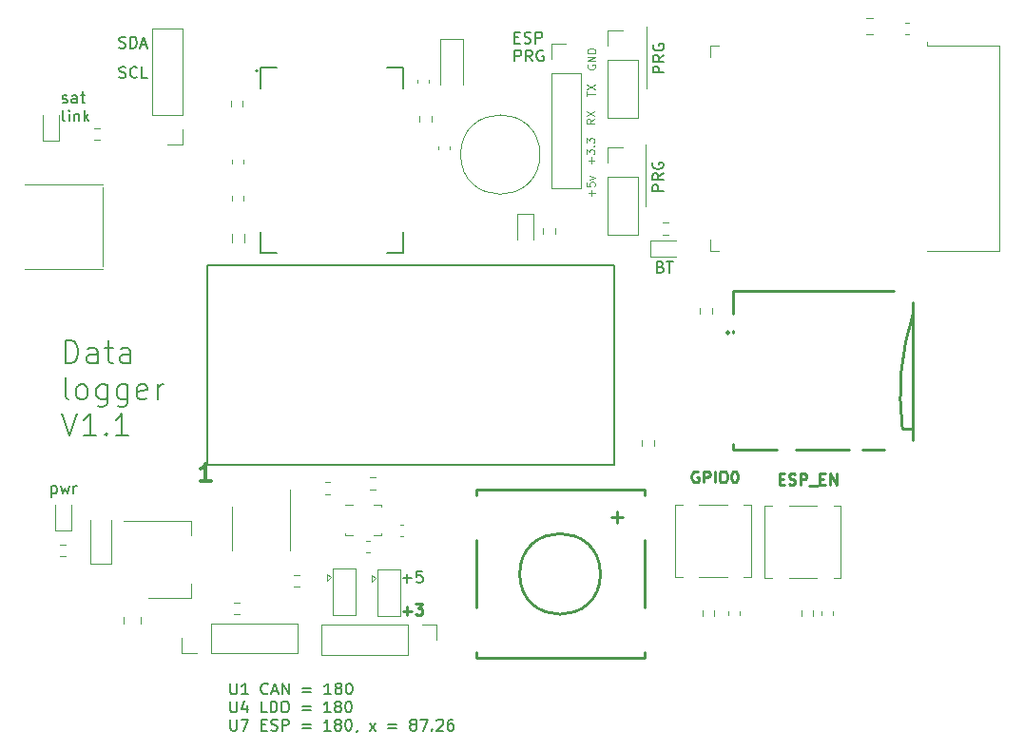
<source format=gbr>
%TF.GenerationSoftware,KiCad,Pcbnew,7.0.2-0*%
%TF.CreationDate,2023-08-11T14:32:49-04:00*%
%TF.ProjectId,data_logger,64617461-5f6c-46f6-9767-65722e6b6963,rev?*%
%TF.SameCoordinates,Original*%
%TF.FileFunction,Legend,Top*%
%TF.FilePolarity,Positive*%
%FSLAX46Y46*%
G04 Gerber Fmt 4.6, Leading zero omitted, Abs format (unit mm)*
G04 Created by KiCad (PCBNEW 7.0.2-0) date 2023-08-11 14:32:49*
%MOMM*%
%LPD*%
G01*
G04 APERTURE LIST*
%ADD10C,0.150000*%
%ADD11C,0.120000*%
%ADD12C,0.125000*%
%ADD13C,0.240000*%
%ADD14C,0.300000*%
%ADD15C,0.200000*%
%ADD16C,0.250000*%
%ADD17C,0.254000*%
%ADD18C,0.127000*%
%ADD19C,0.100000*%
%ADD20C,0.177800*%
%ADD21C,0.141418*%
G04 APERTURE END LIST*
D10*
X73721428Y-37903809D02*
X73864285Y-37951428D01*
X73864285Y-37951428D02*
X73911904Y-37999047D01*
X73911904Y-37999047D02*
X73959523Y-38094285D01*
X73959523Y-38094285D02*
X73959523Y-38237142D01*
X73959523Y-38237142D02*
X73911904Y-38332380D01*
X73911904Y-38332380D02*
X73864285Y-38380000D01*
X73864285Y-38380000D02*
X73769047Y-38427619D01*
X73769047Y-38427619D02*
X73388095Y-38427619D01*
X73388095Y-38427619D02*
X73388095Y-37427619D01*
X73388095Y-37427619D02*
X73721428Y-37427619D01*
X73721428Y-37427619D02*
X73816666Y-37475238D01*
X73816666Y-37475238D02*
X73864285Y-37522857D01*
X73864285Y-37522857D02*
X73911904Y-37618095D01*
X73911904Y-37618095D02*
X73911904Y-37713333D01*
X73911904Y-37713333D02*
X73864285Y-37808571D01*
X73864285Y-37808571D02*
X73816666Y-37856190D01*
X73816666Y-37856190D02*
X73721428Y-37903809D01*
X73721428Y-37903809D02*
X73388095Y-37903809D01*
X74245238Y-37427619D02*
X74816666Y-37427619D01*
X74530952Y-38427619D02*
X74530952Y-37427619D01*
X19488095Y-57435952D02*
X19488095Y-58435952D01*
X19488095Y-57483571D02*
X19583333Y-57435952D01*
X19583333Y-57435952D02*
X19773809Y-57435952D01*
X19773809Y-57435952D02*
X19869047Y-57483571D01*
X19869047Y-57483571D02*
X19916666Y-57531190D01*
X19916666Y-57531190D02*
X19964285Y-57626428D01*
X19964285Y-57626428D02*
X19964285Y-57912142D01*
X19964285Y-57912142D02*
X19916666Y-58007380D01*
X19916666Y-58007380D02*
X19869047Y-58055000D01*
X19869047Y-58055000D02*
X19773809Y-58102619D01*
X19773809Y-58102619D02*
X19583333Y-58102619D01*
X19583333Y-58102619D02*
X19488095Y-58055000D01*
X20297619Y-57435952D02*
X20488095Y-58102619D01*
X20488095Y-58102619D02*
X20678571Y-57626428D01*
X20678571Y-57626428D02*
X20869047Y-58102619D01*
X20869047Y-58102619D02*
X21059523Y-57435952D01*
X21440476Y-58102619D02*
X21440476Y-57435952D01*
X21440476Y-57626428D02*
X21488095Y-57531190D01*
X21488095Y-57531190D02*
X21535714Y-57483571D01*
X21535714Y-57483571D02*
X21630952Y-57435952D01*
X21630952Y-57435952D02*
X21726190Y-57435952D01*
X20465476Y-23260000D02*
X20560714Y-23307619D01*
X20560714Y-23307619D02*
X20751190Y-23307619D01*
X20751190Y-23307619D02*
X20846428Y-23260000D01*
X20846428Y-23260000D02*
X20894047Y-23164761D01*
X20894047Y-23164761D02*
X20894047Y-23117142D01*
X20894047Y-23117142D02*
X20846428Y-23021904D01*
X20846428Y-23021904D02*
X20751190Y-22974285D01*
X20751190Y-22974285D02*
X20608333Y-22974285D01*
X20608333Y-22974285D02*
X20513095Y-22926666D01*
X20513095Y-22926666D02*
X20465476Y-22831428D01*
X20465476Y-22831428D02*
X20465476Y-22783809D01*
X20465476Y-22783809D02*
X20513095Y-22688571D01*
X20513095Y-22688571D02*
X20608333Y-22640952D01*
X20608333Y-22640952D02*
X20751190Y-22640952D01*
X20751190Y-22640952D02*
X20846428Y-22688571D01*
X21751190Y-23307619D02*
X21751190Y-22783809D01*
X21751190Y-22783809D02*
X21703571Y-22688571D01*
X21703571Y-22688571D02*
X21608333Y-22640952D01*
X21608333Y-22640952D02*
X21417857Y-22640952D01*
X21417857Y-22640952D02*
X21322619Y-22688571D01*
X21751190Y-23260000D02*
X21655952Y-23307619D01*
X21655952Y-23307619D02*
X21417857Y-23307619D01*
X21417857Y-23307619D02*
X21322619Y-23260000D01*
X21322619Y-23260000D02*
X21275000Y-23164761D01*
X21275000Y-23164761D02*
X21275000Y-23069523D01*
X21275000Y-23069523D02*
X21322619Y-22974285D01*
X21322619Y-22974285D02*
X21417857Y-22926666D01*
X21417857Y-22926666D02*
X21655952Y-22926666D01*
X21655952Y-22926666D02*
X21751190Y-22879047D01*
X22084524Y-22640952D02*
X22465476Y-22640952D01*
X22227381Y-22307619D02*
X22227381Y-23164761D01*
X22227381Y-23164761D02*
X22275000Y-23260000D01*
X22275000Y-23260000D02*
X22370238Y-23307619D01*
X22370238Y-23307619D02*
X22465476Y-23307619D01*
X20655952Y-24927619D02*
X20560714Y-24880000D01*
X20560714Y-24880000D02*
X20513095Y-24784761D01*
X20513095Y-24784761D02*
X20513095Y-23927619D01*
X21036905Y-24927619D02*
X21036905Y-24260952D01*
X21036905Y-23927619D02*
X20989286Y-23975238D01*
X20989286Y-23975238D02*
X21036905Y-24022857D01*
X21036905Y-24022857D02*
X21084524Y-23975238D01*
X21084524Y-23975238D02*
X21036905Y-23927619D01*
X21036905Y-23927619D02*
X21036905Y-24022857D01*
X21513095Y-24260952D02*
X21513095Y-24927619D01*
X21513095Y-24356190D02*
X21560714Y-24308571D01*
X21560714Y-24308571D02*
X21655952Y-24260952D01*
X21655952Y-24260952D02*
X21798809Y-24260952D01*
X21798809Y-24260952D02*
X21894047Y-24308571D01*
X21894047Y-24308571D02*
X21941666Y-24403809D01*
X21941666Y-24403809D02*
X21941666Y-24927619D01*
X22417857Y-24927619D02*
X22417857Y-23927619D01*
X22513095Y-24546666D02*
X22798809Y-24927619D01*
X22798809Y-24260952D02*
X22417857Y-24641904D01*
D11*
X72450000Y-16500000D02*
X72450000Y-22000000D01*
X72400000Y-27050000D02*
X72400000Y-32550000D01*
D12*
X67247666Y-19916666D02*
X67214333Y-19983333D01*
X67214333Y-19983333D02*
X67214333Y-20083333D01*
X67214333Y-20083333D02*
X67247666Y-20183333D01*
X67247666Y-20183333D02*
X67314333Y-20250000D01*
X67314333Y-20250000D02*
X67381000Y-20283333D01*
X67381000Y-20283333D02*
X67514333Y-20316666D01*
X67514333Y-20316666D02*
X67614333Y-20316666D01*
X67614333Y-20316666D02*
X67747666Y-20283333D01*
X67747666Y-20283333D02*
X67814333Y-20250000D01*
X67814333Y-20250000D02*
X67881000Y-20183333D01*
X67881000Y-20183333D02*
X67914333Y-20083333D01*
X67914333Y-20083333D02*
X67914333Y-20016666D01*
X67914333Y-20016666D02*
X67881000Y-19916666D01*
X67881000Y-19916666D02*
X67847666Y-19883333D01*
X67847666Y-19883333D02*
X67614333Y-19883333D01*
X67614333Y-19883333D02*
X67614333Y-20016666D01*
X67914333Y-19583333D02*
X67214333Y-19583333D01*
X67214333Y-19583333D02*
X67914333Y-19183333D01*
X67914333Y-19183333D02*
X67214333Y-19183333D01*
X67914333Y-18850000D02*
X67214333Y-18850000D01*
X67214333Y-18850000D02*
X67214333Y-18683333D01*
X67214333Y-18683333D02*
X67247666Y-18583333D01*
X67247666Y-18583333D02*
X67314333Y-18516667D01*
X67314333Y-18516667D02*
X67381000Y-18483333D01*
X67381000Y-18483333D02*
X67514333Y-18450000D01*
X67514333Y-18450000D02*
X67614333Y-18450000D01*
X67614333Y-18450000D02*
X67747666Y-18483333D01*
X67747666Y-18483333D02*
X67814333Y-18516667D01*
X67814333Y-18516667D02*
X67881000Y-18583333D01*
X67881000Y-18583333D02*
X67914333Y-18683333D01*
X67914333Y-18683333D02*
X67914333Y-18850000D01*
D10*
X60738095Y-19602619D02*
X60738095Y-18602619D01*
X60738095Y-18602619D02*
X61119047Y-18602619D01*
X61119047Y-18602619D02*
X61214285Y-18650238D01*
X61214285Y-18650238D02*
X61261904Y-18697857D01*
X61261904Y-18697857D02*
X61309523Y-18793095D01*
X61309523Y-18793095D02*
X61309523Y-18935952D01*
X61309523Y-18935952D02*
X61261904Y-19031190D01*
X61261904Y-19031190D02*
X61214285Y-19078809D01*
X61214285Y-19078809D02*
X61119047Y-19126428D01*
X61119047Y-19126428D02*
X60738095Y-19126428D01*
X62309523Y-19602619D02*
X61976190Y-19126428D01*
X61738095Y-19602619D02*
X61738095Y-18602619D01*
X61738095Y-18602619D02*
X62119047Y-18602619D01*
X62119047Y-18602619D02*
X62214285Y-18650238D01*
X62214285Y-18650238D02*
X62261904Y-18697857D01*
X62261904Y-18697857D02*
X62309523Y-18793095D01*
X62309523Y-18793095D02*
X62309523Y-18935952D01*
X62309523Y-18935952D02*
X62261904Y-19031190D01*
X62261904Y-19031190D02*
X62214285Y-19078809D01*
X62214285Y-19078809D02*
X62119047Y-19126428D01*
X62119047Y-19126428D02*
X61738095Y-19126428D01*
X63261904Y-18650238D02*
X63166666Y-18602619D01*
X63166666Y-18602619D02*
X63023809Y-18602619D01*
X63023809Y-18602619D02*
X62880952Y-18650238D01*
X62880952Y-18650238D02*
X62785714Y-18745476D01*
X62785714Y-18745476D02*
X62738095Y-18840714D01*
X62738095Y-18840714D02*
X62690476Y-19031190D01*
X62690476Y-19031190D02*
X62690476Y-19174047D01*
X62690476Y-19174047D02*
X62738095Y-19364523D01*
X62738095Y-19364523D02*
X62785714Y-19459761D01*
X62785714Y-19459761D02*
X62880952Y-19555000D01*
X62880952Y-19555000D02*
X63023809Y-19602619D01*
X63023809Y-19602619D02*
X63119047Y-19602619D01*
X63119047Y-19602619D02*
X63261904Y-19555000D01*
X63261904Y-19555000D02*
X63309523Y-19507380D01*
X63309523Y-19507380D02*
X63309523Y-19174047D01*
X63309523Y-19174047D02*
X63119047Y-19174047D01*
X25515476Y-21030000D02*
X25658333Y-21077619D01*
X25658333Y-21077619D02*
X25896428Y-21077619D01*
X25896428Y-21077619D02*
X25991666Y-21030000D01*
X25991666Y-21030000D02*
X26039285Y-20982380D01*
X26039285Y-20982380D02*
X26086904Y-20887142D01*
X26086904Y-20887142D02*
X26086904Y-20791904D01*
X26086904Y-20791904D02*
X26039285Y-20696666D01*
X26039285Y-20696666D02*
X25991666Y-20649047D01*
X25991666Y-20649047D02*
X25896428Y-20601428D01*
X25896428Y-20601428D02*
X25705952Y-20553809D01*
X25705952Y-20553809D02*
X25610714Y-20506190D01*
X25610714Y-20506190D02*
X25563095Y-20458571D01*
X25563095Y-20458571D02*
X25515476Y-20363333D01*
X25515476Y-20363333D02*
X25515476Y-20268095D01*
X25515476Y-20268095D02*
X25563095Y-20172857D01*
X25563095Y-20172857D02*
X25610714Y-20125238D01*
X25610714Y-20125238D02*
X25705952Y-20077619D01*
X25705952Y-20077619D02*
X25944047Y-20077619D01*
X25944047Y-20077619D02*
X26086904Y-20125238D01*
X27086904Y-20982380D02*
X27039285Y-21030000D01*
X27039285Y-21030000D02*
X26896428Y-21077619D01*
X26896428Y-21077619D02*
X26801190Y-21077619D01*
X26801190Y-21077619D02*
X26658333Y-21030000D01*
X26658333Y-21030000D02*
X26563095Y-20934761D01*
X26563095Y-20934761D02*
X26515476Y-20839523D01*
X26515476Y-20839523D02*
X26467857Y-20649047D01*
X26467857Y-20649047D02*
X26467857Y-20506190D01*
X26467857Y-20506190D02*
X26515476Y-20315714D01*
X26515476Y-20315714D02*
X26563095Y-20220476D01*
X26563095Y-20220476D02*
X26658333Y-20125238D01*
X26658333Y-20125238D02*
X26801190Y-20077619D01*
X26801190Y-20077619D02*
X26896428Y-20077619D01*
X26896428Y-20077619D02*
X27039285Y-20125238D01*
X27039285Y-20125238D02*
X27086904Y-20172857D01*
X27991666Y-21077619D02*
X27515476Y-21077619D01*
X27515476Y-21077619D02*
X27515476Y-20077619D01*
D13*
X50759795Y-68543066D02*
X51521700Y-68543066D01*
X51140747Y-68924019D02*
X51140747Y-68162114D01*
X51902652Y-67924019D02*
X52521699Y-67924019D01*
X52521699Y-67924019D02*
X52188366Y-68304971D01*
X52188366Y-68304971D02*
X52331223Y-68304971D01*
X52331223Y-68304971D02*
X52426461Y-68352590D01*
X52426461Y-68352590D02*
X52474080Y-68400209D01*
X52474080Y-68400209D02*
X52521699Y-68495447D01*
X52521699Y-68495447D02*
X52521699Y-68733542D01*
X52521699Y-68733542D02*
X52474080Y-68828780D01*
X52474080Y-68828780D02*
X52426461Y-68876400D01*
X52426461Y-68876400D02*
X52331223Y-68924019D01*
X52331223Y-68924019D02*
X52045509Y-68924019D01*
X52045509Y-68924019D02*
X51950271Y-68876400D01*
X51950271Y-68876400D02*
X51902652Y-68828780D01*
D10*
X74027619Y-20611904D02*
X73027619Y-20611904D01*
X73027619Y-20611904D02*
X73027619Y-20230952D01*
X73027619Y-20230952D02*
X73075238Y-20135714D01*
X73075238Y-20135714D02*
X73122857Y-20088095D01*
X73122857Y-20088095D02*
X73218095Y-20040476D01*
X73218095Y-20040476D02*
X73360952Y-20040476D01*
X73360952Y-20040476D02*
X73456190Y-20088095D01*
X73456190Y-20088095D02*
X73503809Y-20135714D01*
X73503809Y-20135714D02*
X73551428Y-20230952D01*
X73551428Y-20230952D02*
X73551428Y-20611904D01*
X74027619Y-19040476D02*
X73551428Y-19373809D01*
X74027619Y-19611904D02*
X73027619Y-19611904D01*
X73027619Y-19611904D02*
X73027619Y-19230952D01*
X73027619Y-19230952D02*
X73075238Y-19135714D01*
X73075238Y-19135714D02*
X73122857Y-19088095D01*
X73122857Y-19088095D02*
X73218095Y-19040476D01*
X73218095Y-19040476D02*
X73360952Y-19040476D01*
X73360952Y-19040476D02*
X73456190Y-19088095D01*
X73456190Y-19088095D02*
X73503809Y-19135714D01*
X73503809Y-19135714D02*
X73551428Y-19230952D01*
X73551428Y-19230952D02*
X73551428Y-19611904D01*
X73075238Y-18088095D02*
X73027619Y-18183333D01*
X73027619Y-18183333D02*
X73027619Y-18326190D01*
X73027619Y-18326190D02*
X73075238Y-18469047D01*
X73075238Y-18469047D02*
X73170476Y-18564285D01*
X73170476Y-18564285D02*
X73265714Y-18611904D01*
X73265714Y-18611904D02*
X73456190Y-18659523D01*
X73456190Y-18659523D02*
X73599047Y-18659523D01*
X73599047Y-18659523D02*
X73789523Y-18611904D01*
X73789523Y-18611904D02*
X73884761Y-18564285D01*
X73884761Y-18564285D02*
X73980000Y-18469047D01*
X73980000Y-18469047D02*
X74027619Y-18326190D01*
X74027619Y-18326190D02*
X74027619Y-18230952D01*
X74027619Y-18230952D02*
X73980000Y-18088095D01*
X73980000Y-18088095D02*
X73932380Y-18040476D01*
X73932380Y-18040476D02*
X73599047Y-18040476D01*
X73599047Y-18040476D02*
X73599047Y-18230952D01*
X73977619Y-31161904D02*
X72977619Y-31161904D01*
X72977619Y-31161904D02*
X72977619Y-30780952D01*
X72977619Y-30780952D02*
X73025238Y-30685714D01*
X73025238Y-30685714D02*
X73072857Y-30638095D01*
X73072857Y-30638095D02*
X73168095Y-30590476D01*
X73168095Y-30590476D02*
X73310952Y-30590476D01*
X73310952Y-30590476D02*
X73406190Y-30638095D01*
X73406190Y-30638095D02*
X73453809Y-30685714D01*
X73453809Y-30685714D02*
X73501428Y-30780952D01*
X73501428Y-30780952D02*
X73501428Y-31161904D01*
X73977619Y-29590476D02*
X73501428Y-29923809D01*
X73977619Y-30161904D02*
X72977619Y-30161904D01*
X72977619Y-30161904D02*
X72977619Y-29780952D01*
X72977619Y-29780952D02*
X73025238Y-29685714D01*
X73025238Y-29685714D02*
X73072857Y-29638095D01*
X73072857Y-29638095D02*
X73168095Y-29590476D01*
X73168095Y-29590476D02*
X73310952Y-29590476D01*
X73310952Y-29590476D02*
X73406190Y-29638095D01*
X73406190Y-29638095D02*
X73453809Y-29685714D01*
X73453809Y-29685714D02*
X73501428Y-29780952D01*
X73501428Y-29780952D02*
X73501428Y-30161904D01*
X73025238Y-28638095D02*
X72977619Y-28733333D01*
X72977619Y-28733333D02*
X72977619Y-28876190D01*
X72977619Y-28876190D02*
X73025238Y-29019047D01*
X73025238Y-29019047D02*
X73120476Y-29114285D01*
X73120476Y-29114285D02*
X73215714Y-29161904D01*
X73215714Y-29161904D02*
X73406190Y-29209523D01*
X73406190Y-29209523D02*
X73549047Y-29209523D01*
X73549047Y-29209523D02*
X73739523Y-29161904D01*
X73739523Y-29161904D02*
X73834761Y-29114285D01*
X73834761Y-29114285D02*
X73930000Y-29019047D01*
X73930000Y-29019047D02*
X73977619Y-28876190D01*
X73977619Y-28876190D02*
X73977619Y-28780952D01*
X73977619Y-28780952D02*
X73930000Y-28638095D01*
X73930000Y-28638095D02*
X73882380Y-28590476D01*
X73882380Y-28590476D02*
X73549047Y-28590476D01*
X73549047Y-28590476D02*
X73549047Y-28780952D01*
D12*
X67547666Y-28683333D02*
X67547666Y-28150000D01*
X67814333Y-28416666D02*
X67281000Y-28416666D01*
X67114333Y-27883333D02*
X67114333Y-27449999D01*
X67114333Y-27449999D02*
X67381000Y-27683333D01*
X67381000Y-27683333D02*
X67381000Y-27583333D01*
X67381000Y-27583333D02*
X67414333Y-27516666D01*
X67414333Y-27516666D02*
X67447666Y-27483333D01*
X67447666Y-27483333D02*
X67514333Y-27449999D01*
X67514333Y-27449999D02*
X67681000Y-27449999D01*
X67681000Y-27449999D02*
X67747666Y-27483333D01*
X67747666Y-27483333D02*
X67781000Y-27516666D01*
X67781000Y-27516666D02*
X67814333Y-27583333D01*
X67814333Y-27583333D02*
X67814333Y-27783333D01*
X67814333Y-27783333D02*
X67781000Y-27849999D01*
X67781000Y-27849999D02*
X67747666Y-27883333D01*
X67747666Y-27149999D02*
X67781000Y-27116666D01*
X67781000Y-27116666D02*
X67814333Y-27149999D01*
X67814333Y-27149999D02*
X67781000Y-27183332D01*
X67781000Y-27183332D02*
X67747666Y-27149999D01*
X67747666Y-27149999D02*
X67814333Y-27149999D01*
X67114333Y-26883333D02*
X67114333Y-26449999D01*
X67114333Y-26449999D02*
X67381000Y-26683333D01*
X67381000Y-26683333D02*
X67381000Y-26583333D01*
X67381000Y-26583333D02*
X67414333Y-26516666D01*
X67414333Y-26516666D02*
X67447666Y-26483333D01*
X67447666Y-26483333D02*
X67514333Y-26449999D01*
X67514333Y-26449999D02*
X67681000Y-26449999D01*
X67681000Y-26449999D02*
X67747666Y-26483333D01*
X67747666Y-26483333D02*
X67781000Y-26516666D01*
X67781000Y-26516666D02*
X67814333Y-26583333D01*
X67814333Y-26583333D02*
X67814333Y-26783333D01*
X67814333Y-26783333D02*
X67781000Y-26849999D01*
X67781000Y-26849999D02*
X67747666Y-26883333D01*
D14*
X33654857Y-56966428D02*
X32797714Y-56966428D01*
X33226285Y-56966428D02*
X33226285Y-55466428D01*
X33226285Y-55466428D02*
X33083428Y-55680714D01*
X33083428Y-55680714D02*
X32940571Y-55823571D01*
X32940571Y-55823571D02*
X32797714Y-55895000D01*
D12*
X67814333Y-24733333D02*
X67481000Y-24966666D01*
X67814333Y-25133333D02*
X67114333Y-25133333D01*
X67114333Y-25133333D02*
X67114333Y-24866666D01*
X67114333Y-24866666D02*
X67147666Y-24800000D01*
X67147666Y-24800000D02*
X67181000Y-24766666D01*
X67181000Y-24766666D02*
X67247666Y-24733333D01*
X67247666Y-24733333D02*
X67347666Y-24733333D01*
X67347666Y-24733333D02*
X67414333Y-24766666D01*
X67414333Y-24766666D02*
X67447666Y-24800000D01*
X67447666Y-24800000D02*
X67481000Y-24866666D01*
X67481000Y-24866666D02*
X67481000Y-25133333D01*
X67114333Y-24500000D02*
X67814333Y-24033333D01*
X67114333Y-24033333D02*
X67814333Y-24500000D01*
D10*
X60738095Y-17478809D02*
X61071428Y-17478809D01*
X61214285Y-18002619D02*
X60738095Y-18002619D01*
X60738095Y-18002619D02*
X60738095Y-17002619D01*
X60738095Y-17002619D02*
X61214285Y-17002619D01*
X61595238Y-17955000D02*
X61738095Y-18002619D01*
X61738095Y-18002619D02*
X61976190Y-18002619D01*
X61976190Y-18002619D02*
X62071428Y-17955000D01*
X62071428Y-17955000D02*
X62119047Y-17907380D01*
X62119047Y-17907380D02*
X62166666Y-17812142D01*
X62166666Y-17812142D02*
X62166666Y-17716904D01*
X62166666Y-17716904D02*
X62119047Y-17621666D01*
X62119047Y-17621666D02*
X62071428Y-17574047D01*
X62071428Y-17574047D02*
X61976190Y-17526428D01*
X61976190Y-17526428D02*
X61785714Y-17478809D01*
X61785714Y-17478809D02*
X61690476Y-17431190D01*
X61690476Y-17431190D02*
X61642857Y-17383571D01*
X61642857Y-17383571D02*
X61595238Y-17288333D01*
X61595238Y-17288333D02*
X61595238Y-17193095D01*
X61595238Y-17193095D02*
X61642857Y-17097857D01*
X61642857Y-17097857D02*
X61690476Y-17050238D01*
X61690476Y-17050238D02*
X61785714Y-17002619D01*
X61785714Y-17002619D02*
X62023809Y-17002619D01*
X62023809Y-17002619D02*
X62166666Y-17050238D01*
X62595238Y-18002619D02*
X62595238Y-17002619D01*
X62595238Y-17002619D02*
X62976190Y-17002619D01*
X62976190Y-17002619D02*
X63071428Y-17050238D01*
X63071428Y-17050238D02*
X63119047Y-17097857D01*
X63119047Y-17097857D02*
X63166666Y-17193095D01*
X63166666Y-17193095D02*
X63166666Y-17335952D01*
X63166666Y-17335952D02*
X63119047Y-17431190D01*
X63119047Y-17431190D02*
X63071428Y-17478809D01*
X63071428Y-17478809D02*
X62976190Y-17526428D01*
X62976190Y-17526428D02*
X62595238Y-17526428D01*
D15*
X50778095Y-65646666D02*
X51540000Y-65646666D01*
X51159047Y-66027619D02*
X51159047Y-65265714D01*
X52492380Y-65027619D02*
X52016190Y-65027619D01*
X52016190Y-65027619D02*
X51968571Y-65503809D01*
X51968571Y-65503809D02*
X52016190Y-65456190D01*
X52016190Y-65456190D02*
X52111428Y-65408571D01*
X52111428Y-65408571D02*
X52349523Y-65408571D01*
X52349523Y-65408571D02*
X52444761Y-65456190D01*
X52444761Y-65456190D02*
X52492380Y-65503809D01*
X52492380Y-65503809D02*
X52539999Y-65599047D01*
X52539999Y-65599047D02*
X52539999Y-65837142D01*
X52539999Y-65837142D02*
X52492380Y-65932380D01*
X52492380Y-65932380D02*
X52444761Y-65980000D01*
X52444761Y-65980000D02*
X52349523Y-66027619D01*
X52349523Y-66027619D02*
X52111428Y-66027619D01*
X52111428Y-66027619D02*
X52016190Y-65980000D01*
X52016190Y-65980000D02*
X51968571Y-65932380D01*
D12*
X67597666Y-31583333D02*
X67597666Y-31050000D01*
X67864333Y-31316666D02*
X67331000Y-31316666D01*
X67164333Y-30383333D02*
X67164333Y-30716666D01*
X67164333Y-30716666D02*
X67497666Y-30749999D01*
X67497666Y-30749999D02*
X67464333Y-30716666D01*
X67464333Y-30716666D02*
X67431000Y-30649999D01*
X67431000Y-30649999D02*
X67431000Y-30483333D01*
X67431000Y-30483333D02*
X67464333Y-30416666D01*
X67464333Y-30416666D02*
X67497666Y-30383333D01*
X67497666Y-30383333D02*
X67564333Y-30349999D01*
X67564333Y-30349999D02*
X67731000Y-30349999D01*
X67731000Y-30349999D02*
X67797666Y-30383333D01*
X67797666Y-30383333D02*
X67831000Y-30416666D01*
X67831000Y-30416666D02*
X67864333Y-30483333D01*
X67864333Y-30483333D02*
X67864333Y-30649999D01*
X67864333Y-30649999D02*
X67831000Y-30716666D01*
X67831000Y-30716666D02*
X67797666Y-30749999D01*
X67397666Y-30116666D02*
X67864333Y-29949999D01*
X67864333Y-29949999D02*
X67397666Y-29783332D01*
D10*
X35418095Y-74977619D02*
X35418095Y-75787142D01*
X35418095Y-75787142D02*
X35465714Y-75882380D01*
X35465714Y-75882380D02*
X35513333Y-75930000D01*
X35513333Y-75930000D02*
X35608571Y-75977619D01*
X35608571Y-75977619D02*
X35799047Y-75977619D01*
X35799047Y-75977619D02*
X35894285Y-75930000D01*
X35894285Y-75930000D02*
X35941904Y-75882380D01*
X35941904Y-75882380D02*
X35989523Y-75787142D01*
X35989523Y-75787142D02*
X35989523Y-74977619D01*
X36989523Y-75977619D02*
X36418095Y-75977619D01*
X36703809Y-75977619D02*
X36703809Y-74977619D01*
X36703809Y-74977619D02*
X36608571Y-75120476D01*
X36608571Y-75120476D02*
X36513333Y-75215714D01*
X36513333Y-75215714D02*
X36418095Y-75263333D01*
X38751428Y-75882380D02*
X38703809Y-75930000D01*
X38703809Y-75930000D02*
X38560952Y-75977619D01*
X38560952Y-75977619D02*
X38465714Y-75977619D01*
X38465714Y-75977619D02*
X38322857Y-75930000D01*
X38322857Y-75930000D02*
X38227619Y-75834761D01*
X38227619Y-75834761D02*
X38180000Y-75739523D01*
X38180000Y-75739523D02*
X38132381Y-75549047D01*
X38132381Y-75549047D02*
X38132381Y-75406190D01*
X38132381Y-75406190D02*
X38180000Y-75215714D01*
X38180000Y-75215714D02*
X38227619Y-75120476D01*
X38227619Y-75120476D02*
X38322857Y-75025238D01*
X38322857Y-75025238D02*
X38465714Y-74977619D01*
X38465714Y-74977619D02*
X38560952Y-74977619D01*
X38560952Y-74977619D02*
X38703809Y-75025238D01*
X38703809Y-75025238D02*
X38751428Y-75072857D01*
X39132381Y-75691904D02*
X39608571Y-75691904D01*
X39037143Y-75977619D02*
X39370476Y-74977619D01*
X39370476Y-74977619D02*
X39703809Y-75977619D01*
X40037143Y-75977619D02*
X40037143Y-74977619D01*
X40037143Y-74977619D02*
X40608571Y-75977619D01*
X40608571Y-75977619D02*
X40608571Y-74977619D01*
X41846667Y-75453809D02*
X42608572Y-75453809D01*
X42608572Y-75739523D02*
X41846667Y-75739523D01*
X44370476Y-75977619D02*
X43799048Y-75977619D01*
X44084762Y-75977619D02*
X44084762Y-74977619D01*
X44084762Y-74977619D02*
X43989524Y-75120476D01*
X43989524Y-75120476D02*
X43894286Y-75215714D01*
X43894286Y-75215714D02*
X43799048Y-75263333D01*
X44941905Y-75406190D02*
X44846667Y-75358571D01*
X44846667Y-75358571D02*
X44799048Y-75310952D01*
X44799048Y-75310952D02*
X44751429Y-75215714D01*
X44751429Y-75215714D02*
X44751429Y-75168095D01*
X44751429Y-75168095D02*
X44799048Y-75072857D01*
X44799048Y-75072857D02*
X44846667Y-75025238D01*
X44846667Y-75025238D02*
X44941905Y-74977619D01*
X44941905Y-74977619D02*
X45132381Y-74977619D01*
X45132381Y-74977619D02*
X45227619Y-75025238D01*
X45227619Y-75025238D02*
X45275238Y-75072857D01*
X45275238Y-75072857D02*
X45322857Y-75168095D01*
X45322857Y-75168095D02*
X45322857Y-75215714D01*
X45322857Y-75215714D02*
X45275238Y-75310952D01*
X45275238Y-75310952D02*
X45227619Y-75358571D01*
X45227619Y-75358571D02*
X45132381Y-75406190D01*
X45132381Y-75406190D02*
X44941905Y-75406190D01*
X44941905Y-75406190D02*
X44846667Y-75453809D01*
X44846667Y-75453809D02*
X44799048Y-75501428D01*
X44799048Y-75501428D02*
X44751429Y-75596666D01*
X44751429Y-75596666D02*
X44751429Y-75787142D01*
X44751429Y-75787142D02*
X44799048Y-75882380D01*
X44799048Y-75882380D02*
X44846667Y-75930000D01*
X44846667Y-75930000D02*
X44941905Y-75977619D01*
X44941905Y-75977619D02*
X45132381Y-75977619D01*
X45132381Y-75977619D02*
X45227619Y-75930000D01*
X45227619Y-75930000D02*
X45275238Y-75882380D01*
X45275238Y-75882380D02*
X45322857Y-75787142D01*
X45322857Y-75787142D02*
X45322857Y-75596666D01*
X45322857Y-75596666D02*
X45275238Y-75501428D01*
X45275238Y-75501428D02*
X45227619Y-75453809D01*
X45227619Y-75453809D02*
X45132381Y-75406190D01*
X45941905Y-74977619D02*
X46037143Y-74977619D01*
X46037143Y-74977619D02*
X46132381Y-75025238D01*
X46132381Y-75025238D02*
X46180000Y-75072857D01*
X46180000Y-75072857D02*
X46227619Y-75168095D01*
X46227619Y-75168095D02*
X46275238Y-75358571D01*
X46275238Y-75358571D02*
X46275238Y-75596666D01*
X46275238Y-75596666D02*
X46227619Y-75787142D01*
X46227619Y-75787142D02*
X46180000Y-75882380D01*
X46180000Y-75882380D02*
X46132381Y-75930000D01*
X46132381Y-75930000D02*
X46037143Y-75977619D01*
X46037143Y-75977619D02*
X45941905Y-75977619D01*
X45941905Y-75977619D02*
X45846667Y-75930000D01*
X45846667Y-75930000D02*
X45799048Y-75882380D01*
X45799048Y-75882380D02*
X45751429Y-75787142D01*
X45751429Y-75787142D02*
X45703810Y-75596666D01*
X45703810Y-75596666D02*
X45703810Y-75358571D01*
X45703810Y-75358571D02*
X45751429Y-75168095D01*
X45751429Y-75168095D02*
X45799048Y-75072857D01*
X45799048Y-75072857D02*
X45846667Y-75025238D01*
X45846667Y-75025238D02*
X45941905Y-74977619D01*
X35418095Y-76597619D02*
X35418095Y-77407142D01*
X35418095Y-77407142D02*
X35465714Y-77502380D01*
X35465714Y-77502380D02*
X35513333Y-77550000D01*
X35513333Y-77550000D02*
X35608571Y-77597619D01*
X35608571Y-77597619D02*
X35799047Y-77597619D01*
X35799047Y-77597619D02*
X35894285Y-77550000D01*
X35894285Y-77550000D02*
X35941904Y-77502380D01*
X35941904Y-77502380D02*
X35989523Y-77407142D01*
X35989523Y-77407142D02*
X35989523Y-76597619D01*
X36894285Y-76930952D02*
X36894285Y-77597619D01*
X36656190Y-76550000D02*
X36418095Y-77264285D01*
X36418095Y-77264285D02*
X37037142Y-77264285D01*
X38656190Y-77597619D02*
X38180000Y-77597619D01*
X38180000Y-77597619D02*
X38180000Y-76597619D01*
X38989524Y-77597619D02*
X38989524Y-76597619D01*
X38989524Y-76597619D02*
X39227619Y-76597619D01*
X39227619Y-76597619D02*
X39370476Y-76645238D01*
X39370476Y-76645238D02*
X39465714Y-76740476D01*
X39465714Y-76740476D02*
X39513333Y-76835714D01*
X39513333Y-76835714D02*
X39560952Y-77026190D01*
X39560952Y-77026190D02*
X39560952Y-77169047D01*
X39560952Y-77169047D02*
X39513333Y-77359523D01*
X39513333Y-77359523D02*
X39465714Y-77454761D01*
X39465714Y-77454761D02*
X39370476Y-77550000D01*
X39370476Y-77550000D02*
X39227619Y-77597619D01*
X39227619Y-77597619D02*
X38989524Y-77597619D01*
X40180000Y-76597619D02*
X40370476Y-76597619D01*
X40370476Y-76597619D02*
X40465714Y-76645238D01*
X40465714Y-76645238D02*
X40560952Y-76740476D01*
X40560952Y-76740476D02*
X40608571Y-76930952D01*
X40608571Y-76930952D02*
X40608571Y-77264285D01*
X40608571Y-77264285D02*
X40560952Y-77454761D01*
X40560952Y-77454761D02*
X40465714Y-77550000D01*
X40465714Y-77550000D02*
X40370476Y-77597619D01*
X40370476Y-77597619D02*
X40180000Y-77597619D01*
X40180000Y-77597619D02*
X40084762Y-77550000D01*
X40084762Y-77550000D02*
X39989524Y-77454761D01*
X39989524Y-77454761D02*
X39941905Y-77264285D01*
X39941905Y-77264285D02*
X39941905Y-76930952D01*
X39941905Y-76930952D02*
X39989524Y-76740476D01*
X39989524Y-76740476D02*
X40084762Y-76645238D01*
X40084762Y-76645238D02*
X40180000Y-76597619D01*
X41799048Y-77073809D02*
X42560953Y-77073809D01*
X42560953Y-77359523D02*
X41799048Y-77359523D01*
X44322857Y-77597619D02*
X43751429Y-77597619D01*
X44037143Y-77597619D02*
X44037143Y-76597619D01*
X44037143Y-76597619D02*
X43941905Y-76740476D01*
X43941905Y-76740476D02*
X43846667Y-76835714D01*
X43846667Y-76835714D02*
X43751429Y-76883333D01*
X44894286Y-77026190D02*
X44799048Y-76978571D01*
X44799048Y-76978571D02*
X44751429Y-76930952D01*
X44751429Y-76930952D02*
X44703810Y-76835714D01*
X44703810Y-76835714D02*
X44703810Y-76788095D01*
X44703810Y-76788095D02*
X44751429Y-76692857D01*
X44751429Y-76692857D02*
X44799048Y-76645238D01*
X44799048Y-76645238D02*
X44894286Y-76597619D01*
X44894286Y-76597619D02*
X45084762Y-76597619D01*
X45084762Y-76597619D02*
X45180000Y-76645238D01*
X45180000Y-76645238D02*
X45227619Y-76692857D01*
X45227619Y-76692857D02*
X45275238Y-76788095D01*
X45275238Y-76788095D02*
X45275238Y-76835714D01*
X45275238Y-76835714D02*
X45227619Y-76930952D01*
X45227619Y-76930952D02*
X45180000Y-76978571D01*
X45180000Y-76978571D02*
X45084762Y-77026190D01*
X45084762Y-77026190D02*
X44894286Y-77026190D01*
X44894286Y-77026190D02*
X44799048Y-77073809D01*
X44799048Y-77073809D02*
X44751429Y-77121428D01*
X44751429Y-77121428D02*
X44703810Y-77216666D01*
X44703810Y-77216666D02*
X44703810Y-77407142D01*
X44703810Y-77407142D02*
X44751429Y-77502380D01*
X44751429Y-77502380D02*
X44799048Y-77550000D01*
X44799048Y-77550000D02*
X44894286Y-77597619D01*
X44894286Y-77597619D02*
X45084762Y-77597619D01*
X45084762Y-77597619D02*
X45180000Y-77550000D01*
X45180000Y-77550000D02*
X45227619Y-77502380D01*
X45227619Y-77502380D02*
X45275238Y-77407142D01*
X45275238Y-77407142D02*
X45275238Y-77216666D01*
X45275238Y-77216666D02*
X45227619Y-77121428D01*
X45227619Y-77121428D02*
X45180000Y-77073809D01*
X45180000Y-77073809D02*
X45084762Y-77026190D01*
X45894286Y-76597619D02*
X45989524Y-76597619D01*
X45989524Y-76597619D02*
X46084762Y-76645238D01*
X46084762Y-76645238D02*
X46132381Y-76692857D01*
X46132381Y-76692857D02*
X46180000Y-76788095D01*
X46180000Y-76788095D02*
X46227619Y-76978571D01*
X46227619Y-76978571D02*
X46227619Y-77216666D01*
X46227619Y-77216666D02*
X46180000Y-77407142D01*
X46180000Y-77407142D02*
X46132381Y-77502380D01*
X46132381Y-77502380D02*
X46084762Y-77550000D01*
X46084762Y-77550000D02*
X45989524Y-77597619D01*
X45989524Y-77597619D02*
X45894286Y-77597619D01*
X45894286Y-77597619D02*
X45799048Y-77550000D01*
X45799048Y-77550000D02*
X45751429Y-77502380D01*
X45751429Y-77502380D02*
X45703810Y-77407142D01*
X45703810Y-77407142D02*
X45656191Y-77216666D01*
X45656191Y-77216666D02*
X45656191Y-76978571D01*
X45656191Y-76978571D02*
X45703810Y-76788095D01*
X45703810Y-76788095D02*
X45751429Y-76692857D01*
X45751429Y-76692857D02*
X45799048Y-76645238D01*
X45799048Y-76645238D02*
X45894286Y-76597619D01*
X35418095Y-78217619D02*
X35418095Y-79027142D01*
X35418095Y-79027142D02*
X35465714Y-79122380D01*
X35465714Y-79122380D02*
X35513333Y-79170000D01*
X35513333Y-79170000D02*
X35608571Y-79217619D01*
X35608571Y-79217619D02*
X35799047Y-79217619D01*
X35799047Y-79217619D02*
X35894285Y-79170000D01*
X35894285Y-79170000D02*
X35941904Y-79122380D01*
X35941904Y-79122380D02*
X35989523Y-79027142D01*
X35989523Y-79027142D02*
X35989523Y-78217619D01*
X36370476Y-78217619D02*
X37037142Y-78217619D01*
X37037142Y-78217619D02*
X36608571Y-79217619D01*
X38180000Y-78693809D02*
X38513333Y-78693809D01*
X38656190Y-79217619D02*
X38180000Y-79217619D01*
X38180000Y-79217619D02*
X38180000Y-78217619D01*
X38180000Y-78217619D02*
X38656190Y-78217619D01*
X39037143Y-79170000D02*
X39180000Y-79217619D01*
X39180000Y-79217619D02*
X39418095Y-79217619D01*
X39418095Y-79217619D02*
X39513333Y-79170000D01*
X39513333Y-79170000D02*
X39560952Y-79122380D01*
X39560952Y-79122380D02*
X39608571Y-79027142D01*
X39608571Y-79027142D02*
X39608571Y-78931904D01*
X39608571Y-78931904D02*
X39560952Y-78836666D01*
X39560952Y-78836666D02*
X39513333Y-78789047D01*
X39513333Y-78789047D02*
X39418095Y-78741428D01*
X39418095Y-78741428D02*
X39227619Y-78693809D01*
X39227619Y-78693809D02*
X39132381Y-78646190D01*
X39132381Y-78646190D02*
X39084762Y-78598571D01*
X39084762Y-78598571D02*
X39037143Y-78503333D01*
X39037143Y-78503333D02*
X39037143Y-78408095D01*
X39037143Y-78408095D02*
X39084762Y-78312857D01*
X39084762Y-78312857D02*
X39132381Y-78265238D01*
X39132381Y-78265238D02*
X39227619Y-78217619D01*
X39227619Y-78217619D02*
X39465714Y-78217619D01*
X39465714Y-78217619D02*
X39608571Y-78265238D01*
X40037143Y-79217619D02*
X40037143Y-78217619D01*
X40037143Y-78217619D02*
X40418095Y-78217619D01*
X40418095Y-78217619D02*
X40513333Y-78265238D01*
X40513333Y-78265238D02*
X40560952Y-78312857D01*
X40560952Y-78312857D02*
X40608571Y-78408095D01*
X40608571Y-78408095D02*
X40608571Y-78550952D01*
X40608571Y-78550952D02*
X40560952Y-78646190D01*
X40560952Y-78646190D02*
X40513333Y-78693809D01*
X40513333Y-78693809D02*
X40418095Y-78741428D01*
X40418095Y-78741428D02*
X40037143Y-78741428D01*
X41799048Y-78693809D02*
X42560953Y-78693809D01*
X42560953Y-78979523D02*
X41799048Y-78979523D01*
X44322857Y-79217619D02*
X43751429Y-79217619D01*
X44037143Y-79217619D02*
X44037143Y-78217619D01*
X44037143Y-78217619D02*
X43941905Y-78360476D01*
X43941905Y-78360476D02*
X43846667Y-78455714D01*
X43846667Y-78455714D02*
X43751429Y-78503333D01*
X44894286Y-78646190D02*
X44799048Y-78598571D01*
X44799048Y-78598571D02*
X44751429Y-78550952D01*
X44751429Y-78550952D02*
X44703810Y-78455714D01*
X44703810Y-78455714D02*
X44703810Y-78408095D01*
X44703810Y-78408095D02*
X44751429Y-78312857D01*
X44751429Y-78312857D02*
X44799048Y-78265238D01*
X44799048Y-78265238D02*
X44894286Y-78217619D01*
X44894286Y-78217619D02*
X45084762Y-78217619D01*
X45084762Y-78217619D02*
X45180000Y-78265238D01*
X45180000Y-78265238D02*
X45227619Y-78312857D01*
X45227619Y-78312857D02*
X45275238Y-78408095D01*
X45275238Y-78408095D02*
X45275238Y-78455714D01*
X45275238Y-78455714D02*
X45227619Y-78550952D01*
X45227619Y-78550952D02*
X45180000Y-78598571D01*
X45180000Y-78598571D02*
X45084762Y-78646190D01*
X45084762Y-78646190D02*
X44894286Y-78646190D01*
X44894286Y-78646190D02*
X44799048Y-78693809D01*
X44799048Y-78693809D02*
X44751429Y-78741428D01*
X44751429Y-78741428D02*
X44703810Y-78836666D01*
X44703810Y-78836666D02*
X44703810Y-79027142D01*
X44703810Y-79027142D02*
X44751429Y-79122380D01*
X44751429Y-79122380D02*
X44799048Y-79170000D01*
X44799048Y-79170000D02*
X44894286Y-79217619D01*
X44894286Y-79217619D02*
X45084762Y-79217619D01*
X45084762Y-79217619D02*
X45180000Y-79170000D01*
X45180000Y-79170000D02*
X45227619Y-79122380D01*
X45227619Y-79122380D02*
X45275238Y-79027142D01*
X45275238Y-79027142D02*
X45275238Y-78836666D01*
X45275238Y-78836666D02*
X45227619Y-78741428D01*
X45227619Y-78741428D02*
X45180000Y-78693809D01*
X45180000Y-78693809D02*
X45084762Y-78646190D01*
X45894286Y-78217619D02*
X45989524Y-78217619D01*
X45989524Y-78217619D02*
X46084762Y-78265238D01*
X46084762Y-78265238D02*
X46132381Y-78312857D01*
X46132381Y-78312857D02*
X46180000Y-78408095D01*
X46180000Y-78408095D02*
X46227619Y-78598571D01*
X46227619Y-78598571D02*
X46227619Y-78836666D01*
X46227619Y-78836666D02*
X46180000Y-79027142D01*
X46180000Y-79027142D02*
X46132381Y-79122380D01*
X46132381Y-79122380D02*
X46084762Y-79170000D01*
X46084762Y-79170000D02*
X45989524Y-79217619D01*
X45989524Y-79217619D02*
X45894286Y-79217619D01*
X45894286Y-79217619D02*
X45799048Y-79170000D01*
X45799048Y-79170000D02*
X45751429Y-79122380D01*
X45751429Y-79122380D02*
X45703810Y-79027142D01*
X45703810Y-79027142D02*
X45656191Y-78836666D01*
X45656191Y-78836666D02*
X45656191Y-78598571D01*
X45656191Y-78598571D02*
X45703810Y-78408095D01*
X45703810Y-78408095D02*
X45751429Y-78312857D01*
X45751429Y-78312857D02*
X45799048Y-78265238D01*
X45799048Y-78265238D02*
X45894286Y-78217619D01*
X46703810Y-79170000D02*
X46703810Y-79217619D01*
X46703810Y-79217619D02*
X46656191Y-79312857D01*
X46656191Y-79312857D02*
X46608572Y-79360476D01*
X47799048Y-79217619D02*
X48322857Y-78550952D01*
X47799048Y-78550952D02*
X48322857Y-79217619D01*
X49465715Y-78693809D02*
X50227620Y-78693809D01*
X50227620Y-78979523D02*
X49465715Y-78979523D01*
X51608572Y-78646190D02*
X51513334Y-78598571D01*
X51513334Y-78598571D02*
X51465715Y-78550952D01*
X51465715Y-78550952D02*
X51418096Y-78455714D01*
X51418096Y-78455714D02*
X51418096Y-78408095D01*
X51418096Y-78408095D02*
X51465715Y-78312857D01*
X51465715Y-78312857D02*
X51513334Y-78265238D01*
X51513334Y-78265238D02*
X51608572Y-78217619D01*
X51608572Y-78217619D02*
X51799048Y-78217619D01*
X51799048Y-78217619D02*
X51894286Y-78265238D01*
X51894286Y-78265238D02*
X51941905Y-78312857D01*
X51941905Y-78312857D02*
X51989524Y-78408095D01*
X51989524Y-78408095D02*
X51989524Y-78455714D01*
X51989524Y-78455714D02*
X51941905Y-78550952D01*
X51941905Y-78550952D02*
X51894286Y-78598571D01*
X51894286Y-78598571D02*
X51799048Y-78646190D01*
X51799048Y-78646190D02*
X51608572Y-78646190D01*
X51608572Y-78646190D02*
X51513334Y-78693809D01*
X51513334Y-78693809D02*
X51465715Y-78741428D01*
X51465715Y-78741428D02*
X51418096Y-78836666D01*
X51418096Y-78836666D02*
X51418096Y-79027142D01*
X51418096Y-79027142D02*
X51465715Y-79122380D01*
X51465715Y-79122380D02*
X51513334Y-79170000D01*
X51513334Y-79170000D02*
X51608572Y-79217619D01*
X51608572Y-79217619D02*
X51799048Y-79217619D01*
X51799048Y-79217619D02*
X51894286Y-79170000D01*
X51894286Y-79170000D02*
X51941905Y-79122380D01*
X51941905Y-79122380D02*
X51989524Y-79027142D01*
X51989524Y-79027142D02*
X51989524Y-78836666D01*
X51989524Y-78836666D02*
X51941905Y-78741428D01*
X51941905Y-78741428D02*
X51894286Y-78693809D01*
X51894286Y-78693809D02*
X51799048Y-78646190D01*
X52322858Y-78217619D02*
X52989524Y-78217619D01*
X52989524Y-78217619D02*
X52560953Y-79217619D01*
X53370477Y-79122380D02*
X53418096Y-79170000D01*
X53418096Y-79170000D02*
X53370477Y-79217619D01*
X53370477Y-79217619D02*
X53322858Y-79170000D01*
X53322858Y-79170000D02*
X53370477Y-79122380D01*
X53370477Y-79122380D02*
X53370477Y-79217619D01*
X53799048Y-78312857D02*
X53846667Y-78265238D01*
X53846667Y-78265238D02*
X53941905Y-78217619D01*
X53941905Y-78217619D02*
X54180000Y-78217619D01*
X54180000Y-78217619D02*
X54275238Y-78265238D01*
X54275238Y-78265238D02*
X54322857Y-78312857D01*
X54322857Y-78312857D02*
X54370476Y-78408095D01*
X54370476Y-78408095D02*
X54370476Y-78503333D01*
X54370476Y-78503333D02*
X54322857Y-78646190D01*
X54322857Y-78646190D02*
X53751429Y-79217619D01*
X53751429Y-79217619D02*
X54370476Y-79217619D01*
X55227619Y-78217619D02*
X55037143Y-78217619D01*
X55037143Y-78217619D02*
X54941905Y-78265238D01*
X54941905Y-78265238D02*
X54894286Y-78312857D01*
X54894286Y-78312857D02*
X54799048Y-78455714D01*
X54799048Y-78455714D02*
X54751429Y-78646190D01*
X54751429Y-78646190D02*
X54751429Y-79027142D01*
X54751429Y-79027142D02*
X54799048Y-79122380D01*
X54799048Y-79122380D02*
X54846667Y-79170000D01*
X54846667Y-79170000D02*
X54941905Y-79217619D01*
X54941905Y-79217619D02*
X55132381Y-79217619D01*
X55132381Y-79217619D02*
X55227619Y-79170000D01*
X55227619Y-79170000D02*
X55275238Y-79122380D01*
X55275238Y-79122380D02*
X55322857Y-79027142D01*
X55322857Y-79027142D02*
X55322857Y-78789047D01*
X55322857Y-78789047D02*
X55275238Y-78693809D01*
X55275238Y-78693809D02*
X55227619Y-78646190D01*
X55227619Y-78646190D02*
X55132381Y-78598571D01*
X55132381Y-78598571D02*
X54941905Y-78598571D01*
X54941905Y-78598571D02*
X54846667Y-78646190D01*
X54846667Y-78646190D02*
X54799048Y-78693809D01*
X54799048Y-78693809D02*
X54751429Y-78789047D01*
D15*
X20726190Y-46475238D02*
X20726190Y-44475238D01*
X20726190Y-44475238D02*
X21202380Y-44475238D01*
X21202380Y-44475238D02*
X21488095Y-44570476D01*
X21488095Y-44570476D02*
X21678571Y-44760952D01*
X21678571Y-44760952D02*
X21773809Y-44951428D01*
X21773809Y-44951428D02*
X21869047Y-45332380D01*
X21869047Y-45332380D02*
X21869047Y-45618095D01*
X21869047Y-45618095D02*
X21773809Y-45999047D01*
X21773809Y-45999047D02*
X21678571Y-46189523D01*
X21678571Y-46189523D02*
X21488095Y-46380000D01*
X21488095Y-46380000D02*
X21202380Y-46475238D01*
X21202380Y-46475238D02*
X20726190Y-46475238D01*
X23583333Y-46475238D02*
X23583333Y-45427619D01*
X23583333Y-45427619D02*
X23488095Y-45237142D01*
X23488095Y-45237142D02*
X23297619Y-45141904D01*
X23297619Y-45141904D02*
X22916666Y-45141904D01*
X22916666Y-45141904D02*
X22726190Y-45237142D01*
X23583333Y-46380000D02*
X23392857Y-46475238D01*
X23392857Y-46475238D02*
X22916666Y-46475238D01*
X22916666Y-46475238D02*
X22726190Y-46380000D01*
X22726190Y-46380000D02*
X22630952Y-46189523D01*
X22630952Y-46189523D02*
X22630952Y-45999047D01*
X22630952Y-45999047D02*
X22726190Y-45808571D01*
X22726190Y-45808571D02*
X22916666Y-45713333D01*
X22916666Y-45713333D02*
X23392857Y-45713333D01*
X23392857Y-45713333D02*
X23583333Y-45618095D01*
X24250000Y-45141904D02*
X25011904Y-45141904D01*
X24535714Y-44475238D02*
X24535714Y-46189523D01*
X24535714Y-46189523D02*
X24630952Y-46380000D01*
X24630952Y-46380000D02*
X24821428Y-46475238D01*
X24821428Y-46475238D02*
X25011904Y-46475238D01*
X26535714Y-46475238D02*
X26535714Y-45427619D01*
X26535714Y-45427619D02*
X26440476Y-45237142D01*
X26440476Y-45237142D02*
X26250000Y-45141904D01*
X26250000Y-45141904D02*
X25869047Y-45141904D01*
X25869047Y-45141904D02*
X25678571Y-45237142D01*
X26535714Y-46380000D02*
X26345238Y-46475238D01*
X26345238Y-46475238D02*
X25869047Y-46475238D01*
X25869047Y-46475238D02*
X25678571Y-46380000D01*
X25678571Y-46380000D02*
X25583333Y-46189523D01*
X25583333Y-46189523D02*
X25583333Y-45999047D01*
X25583333Y-45999047D02*
X25678571Y-45808571D01*
X25678571Y-45808571D02*
X25869047Y-45713333D01*
X25869047Y-45713333D02*
X26345238Y-45713333D01*
X26345238Y-45713333D02*
X26535714Y-45618095D01*
X21011904Y-49715238D02*
X20821428Y-49620000D01*
X20821428Y-49620000D02*
X20726190Y-49429523D01*
X20726190Y-49429523D02*
X20726190Y-47715238D01*
X22059523Y-49715238D02*
X21869047Y-49620000D01*
X21869047Y-49620000D02*
X21773809Y-49524761D01*
X21773809Y-49524761D02*
X21678571Y-49334285D01*
X21678571Y-49334285D02*
X21678571Y-48762857D01*
X21678571Y-48762857D02*
X21773809Y-48572380D01*
X21773809Y-48572380D02*
X21869047Y-48477142D01*
X21869047Y-48477142D02*
X22059523Y-48381904D01*
X22059523Y-48381904D02*
X22345238Y-48381904D01*
X22345238Y-48381904D02*
X22535714Y-48477142D01*
X22535714Y-48477142D02*
X22630952Y-48572380D01*
X22630952Y-48572380D02*
X22726190Y-48762857D01*
X22726190Y-48762857D02*
X22726190Y-49334285D01*
X22726190Y-49334285D02*
X22630952Y-49524761D01*
X22630952Y-49524761D02*
X22535714Y-49620000D01*
X22535714Y-49620000D02*
X22345238Y-49715238D01*
X22345238Y-49715238D02*
X22059523Y-49715238D01*
X24440476Y-48381904D02*
X24440476Y-50000952D01*
X24440476Y-50000952D02*
X24345238Y-50191428D01*
X24345238Y-50191428D02*
X24250000Y-50286666D01*
X24250000Y-50286666D02*
X24059523Y-50381904D01*
X24059523Y-50381904D02*
X23773809Y-50381904D01*
X23773809Y-50381904D02*
X23583333Y-50286666D01*
X24440476Y-49620000D02*
X24250000Y-49715238D01*
X24250000Y-49715238D02*
X23869047Y-49715238D01*
X23869047Y-49715238D02*
X23678571Y-49620000D01*
X23678571Y-49620000D02*
X23583333Y-49524761D01*
X23583333Y-49524761D02*
X23488095Y-49334285D01*
X23488095Y-49334285D02*
X23488095Y-48762857D01*
X23488095Y-48762857D02*
X23583333Y-48572380D01*
X23583333Y-48572380D02*
X23678571Y-48477142D01*
X23678571Y-48477142D02*
X23869047Y-48381904D01*
X23869047Y-48381904D02*
X24250000Y-48381904D01*
X24250000Y-48381904D02*
X24440476Y-48477142D01*
X26250000Y-48381904D02*
X26250000Y-50000952D01*
X26250000Y-50000952D02*
X26154762Y-50191428D01*
X26154762Y-50191428D02*
X26059524Y-50286666D01*
X26059524Y-50286666D02*
X25869047Y-50381904D01*
X25869047Y-50381904D02*
X25583333Y-50381904D01*
X25583333Y-50381904D02*
X25392857Y-50286666D01*
X26250000Y-49620000D02*
X26059524Y-49715238D01*
X26059524Y-49715238D02*
X25678571Y-49715238D01*
X25678571Y-49715238D02*
X25488095Y-49620000D01*
X25488095Y-49620000D02*
X25392857Y-49524761D01*
X25392857Y-49524761D02*
X25297619Y-49334285D01*
X25297619Y-49334285D02*
X25297619Y-48762857D01*
X25297619Y-48762857D02*
X25392857Y-48572380D01*
X25392857Y-48572380D02*
X25488095Y-48477142D01*
X25488095Y-48477142D02*
X25678571Y-48381904D01*
X25678571Y-48381904D02*
X26059524Y-48381904D01*
X26059524Y-48381904D02*
X26250000Y-48477142D01*
X27964286Y-49620000D02*
X27773810Y-49715238D01*
X27773810Y-49715238D02*
X27392857Y-49715238D01*
X27392857Y-49715238D02*
X27202381Y-49620000D01*
X27202381Y-49620000D02*
X27107143Y-49429523D01*
X27107143Y-49429523D02*
X27107143Y-48667619D01*
X27107143Y-48667619D02*
X27202381Y-48477142D01*
X27202381Y-48477142D02*
X27392857Y-48381904D01*
X27392857Y-48381904D02*
X27773810Y-48381904D01*
X27773810Y-48381904D02*
X27964286Y-48477142D01*
X27964286Y-48477142D02*
X28059524Y-48667619D01*
X28059524Y-48667619D02*
X28059524Y-48858095D01*
X28059524Y-48858095D02*
X27107143Y-49048571D01*
X28916667Y-49715238D02*
X28916667Y-48381904D01*
X28916667Y-48762857D02*
X29011905Y-48572380D01*
X29011905Y-48572380D02*
X29107143Y-48477142D01*
X29107143Y-48477142D02*
X29297619Y-48381904D01*
X29297619Y-48381904D02*
X29488096Y-48381904D01*
X20440476Y-50955238D02*
X21107142Y-52955238D01*
X21107142Y-52955238D02*
X21773809Y-50955238D01*
X23488095Y-52955238D02*
X22345238Y-52955238D01*
X22916666Y-52955238D02*
X22916666Y-50955238D01*
X22916666Y-50955238D02*
X22726190Y-51240952D01*
X22726190Y-51240952D02*
X22535714Y-51431428D01*
X22535714Y-51431428D02*
X22345238Y-51526666D01*
X24345238Y-52764761D02*
X24440476Y-52860000D01*
X24440476Y-52860000D02*
X24345238Y-52955238D01*
X24345238Y-52955238D02*
X24250000Y-52860000D01*
X24250000Y-52860000D02*
X24345238Y-52764761D01*
X24345238Y-52764761D02*
X24345238Y-52955238D01*
X26345238Y-52955238D02*
X25202381Y-52955238D01*
X25773809Y-52955238D02*
X25773809Y-50955238D01*
X25773809Y-50955238D02*
X25583333Y-51240952D01*
X25583333Y-51240952D02*
X25392857Y-51431428D01*
X25392857Y-51431428D02*
X25202381Y-51526666D01*
D16*
X77061904Y-56150238D02*
X76966666Y-56102619D01*
X76966666Y-56102619D02*
X76823809Y-56102619D01*
X76823809Y-56102619D02*
X76680952Y-56150238D01*
X76680952Y-56150238D02*
X76585714Y-56245476D01*
X76585714Y-56245476D02*
X76538095Y-56340714D01*
X76538095Y-56340714D02*
X76490476Y-56531190D01*
X76490476Y-56531190D02*
X76490476Y-56674047D01*
X76490476Y-56674047D02*
X76538095Y-56864523D01*
X76538095Y-56864523D02*
X76585714Y-56959761D01*
X76585714Y-56959761D02*
X76680952Y-57055000D01*
X76680952Y-57055000D02*
X76823809Y-57102619D01*
X76823809Y-57102619D02*
X76919047Y-57102619D01*
X76919047Y-57102619D02*
X77061904Y-57055000D01*
X77061904Y-57055000D02*
X77109523Y-57007380D01*
X77109523Y-57007380D02*
X77109523Y-56674047D01*
X77109523Y-56674047D02*
X76919047Y-56674047D01*
X77538095Y-57102619D02*
X77538095Y-56102619D01*
X77538095Y-56102619D02*
X77919047Y-56102619D01*
X77919047Y-56102619D02*
X78014285Y-56150238D01*
X78014285Y-56150238D02*
X78061904Y-56197857D01*
X78061904Y-56197857D02*
X78109523Y-56293095D01*
X78109523Y-56293095D02*
X78109523Y-56435952D01*
X78109523Y-56435952D02*
X78061904Y-56531190D01*
X78061904Y-56531190D02*
X78014285Y-56578809D01*
X78014285Y-56578809D02*
X77919047Y-56626428D01*
X77919047Y-56626428D02*
X77538095Y-56626428D01*
X78538095Y-57102619D02*
X78538095Y-56102619D01*
X79204761Y-56102619D02*
X79395237Y-56102619D01*
X79395237Y-56102619D02*
X79490475Y-56150238D01*
X79490475Y-56150238D02*
X79585713Y-56245476D01*
X79585713Y-56245476D02*
X79633332Y-56435952D01*
X79633332Y-56435952D02*
X79633332Y-56769285D01*
X79633332Y-56769285D02*
X79585713Y-56959761D01*
X79585713Y-56959761D02*
X79490475Y-57055000D01*
X79490475Y-57055000D02*
X79395237Y-57102619D01*
X79395237Y-57102619D02*
X79204761Y-57102619D01*
X79204761Y-57102619D02*
X79109523Y-57055000D01*
X79109523Y-57055000D02*
X79014285Y-56959761D01*
X79014285Y-56959761D02*
X78966666Y-56769285D01*
X78966666Y-56769285D02*
X78966666Y-56435952D01*
X78966666Y-56435952D02*
X79014285Y-56245476D01*
X79014285Y-56245476D02*
X79109523Y-56150238D01*
X79109523Y-56150238D02*
X79204761Y-56102619D01*
X80252380Y-56102619D02*
X80347618Y-56102619D01*
X80347618Y-56102619D02*
X80442856Y-56150238D01*
X80442856Y-56150238D02*
X80490475Y-56197857D01*
X80490475Y-56197857D02*
X80538094Y-56293095D01*
X80538094Y-56293095D02*
X80585713Y-56483571D01*
X80585713Y-56483571D02*
X80585713Y-56721666D01*
X80585713Y-56721666D02*
X80538094Y-56912142D01*
X80538094Y-56912142D02*
X80490475Y-57007380D01*
X80490475Y-57007380D02*
X80442856Y-57055000D01*
X80442856Y-57055000D02*
X80347618Y-57102619D01*
X80347618Y-57102619D02*
X80252380Y-57102619D01*
X80252380Y-57102619D02*
X80157142Y-57055000D01*
X80157142Y-57055000D02*
X80109523Y-57007380D01*
X80109523Y-57007380D02*
X80061904Y-56912142D01*
X80061904Y-56912142D02*
X80014285Y-56721666D01*
X80014285Y-56721666D02*
X80014285Y-56483571D01*
X80014285Y-56483571D02*
X80061904Y-56293095D01*
X80061904Y-56293095D02*
X80109523Y-56197857D01*
X80109523Y-56197857D02*
X80157142Y-56150238D01*
X80157142Y-56150238D02*
X80252380Y-56102619D01*
D10*
X25515476Y-18380000D02*
X25658333Y-18427619D01*
X25658333Y-18427619D02*
X25896428Y-18427619D01*
X25896428Y-18427619D02*
X25991666Y-18380000D01*
X25991666Y-18380000D02*
X26039285Y-18332380D01*
X26039285Y-18332380D02*
X26086904Y-18237142D01*
X26086904Y-18237142D02*
X26086904Y-18141904D01*
X26086904Y-18141904D02*
X26039285Y-18046666D01*
X26039285Y-18046666D02*
X25991666Y-17999047D01*
X25991666Y-17999047D02*
X25896428Y-17951428D01*
X25896428Y-17951428D02*
X25705952Y-17903809D01*
X25705952Y-17903809D02*
X25610714Y-17856190D01*
X25610714Y-17856190D02*
X25563095Y-17808571D01*
X25563095Y-17808571D02*
X25515476Y-17713333D01*
X25515476Y-17713333D02*
X25515476Y-17618095D01*
X25515476Y-17618095D02*
X25563095Y-17522857D01*
X25563095Y-17522857D02*
X25610714Y-17475238D01*
X25610714Y-17475238D02*
X25705952Y-17427619D01*
X25705952Y-17427619D02*
X25944047Y-17427619D01*
X25944047Y-17427619D02*
X26086904Y-17475238D01*
X26515476Y-18427619D02*
X26515476Y-17427619D01*
X26515476Y-17427619D02*
X26753571Y-17427619D01*
X26753571Y-17427619D02*
X26896428Y-17475238D01*
X26896428Y-17475238D02*
X26991666Y-17570476D01*
X26991666Y-17570476D02*
X27039285Y-17665714D01*
X27039285Y-17665714D02*
X27086904Y-17856190D01*
X27086904Y-17856190D02*
X27086904Y-17999047D01*
X27086904Y-17999047D02*
X27039285Y-18189523D01*
X27039285Y-18189523D02*
X26991666Y-18284761D01*
X26991666Y-18284761D02*
X26896428Y-18380000D01*
X26896428Y-18380000D02*
X26753571Y-18427619D01*
X26753571Y-18427619D02*
X26515476Y-18427619D01*
X27467857Y-18141904D02*
X27944047Y-18141904D01*
X27372619Y-18427619D02*
X27705952Y-17427619D01*
X27705952Y-17427619D02*
X28039285Y-18427619D01*
D12*
X67164333Y-22683333D02*
X67164333Y-22283333D01*
X67864333Y-22483333D02*
X67164333Y-22483333D01*
X67164333Y-22116667D02*
X67864333Y-21650000D01*
X67164333Y-21650000D02*
X67864333Y-22116667D01*
D16*
X84288095Y-56778809D02*
X84621428Y-56778809D01*
X84764285Y-57302619D02*
X84288095Y-57302619D01*
X84288095Y-57302619D02*
X84288095Y-56302619D01*
X84288095Y-56302619D02*
X84764285Y-56302619D01*
X85145238Y-57255000D02*
X85288095Y-57302619D01*
X85288095Y-57302619D02*
X85526190Y-57302619D01*
X85526190Y-57302619D02*
X85621428Y-57255000D01*
X85621428Y-57255000D02*
X85669047Y-57207380D01*
X85669047Y-57207380D02*
X85716666Y-57112142D01*
X85716666Y-57112142D02*
X85716666Y-57016904D01*
X85716666Y-57016904D02*
X85669047Y-56921666D01*
X85669047Y-56921666D02*
X85621428Y-56874047D01*
X85621428Y-56874047D02*
X85526190Y-56826428D01*
X85526190Y-56826428D02*
X85335714Y-56778809D01*
X85335714Y-56778809D02*
X85240476Y-56731190D01*
X85240476Y-56731190D02*
X85192857Y-56683571D01*
X85192857Y-56683571D02*
X85145238Y-56588333D01*
X85145238Y-56588333D02*
X85145238Y-56493095D01*
X85145238Y-56493095D02*
X85192857Y-56397857D01*
X85192857Y-56397857D02*
X85240476Y-56350238D01*
X85240476Y-56350238D02*
X85335714Y-56302619D01*
X85335714Y-56302619D02*
X85573809Y-56302619D01*
X85573809Y-56302619D02*
X85716666Y-56350238D01*
X86145238Y-57302619D02*
X86145238Y-56302619D01*
X86145238Y-56302619D02*
X86526190Y-56302619D01*
X86526190Y-56302619D02*
X86621428Y-56350238D01*
X86621428Y-56350238D02*
X86669047Y-56397857D01*
X86669047Y-56397857D02*
X86716666Y-56493095D01*
X86716666Y-56493095D02*
X86716666Y-56635952D01*
X86716666Y-56635952D02*
X86669047Y-56731190D01*
X86669047Y-56731190D02*
X86621428Y-56778809D01*
X86621428Y-56778809D02*
X86526190Y-56826428D01*
X86526190Y-56826428D02*
X86145238Y-56826428D01*
X86907143Y-57397857D02*
X87669047Y-57397857D01*
X87907143Y-56778809D02*
X88240476Y-56778809D01*
X88383333Y-57302619D02*
X87907143Y-57302619D01*
X87907143Y-57302619D02*
X87907143Y-56302619D01*
X87907143Y-56302619D02*
X88383333Y-56302619D01*
X88811905Y-57302619D02*
X88811905Y-56302619D01*
X88811905Y-56302619D02*
X89383333Y-57302619D01*
X89383333Y-57302619D02*
X89383333Y-56302619D01*
D11*
%TO.C,J3*%
X69028600Y-27294400D02*
X70358600Y-27294400D01*
X69028600Y-28624400D02*
X69028600Y-27294400D01*
X69028600Y-29894400D02*
X69028600Y-35034400D01*
X69028600Y-29894400D02*
X71688600Y-29894400D01*
X69028600Y-35034400D02*
X71688600Y-35034400D01*
X71688600Y-29894400D02*
X71688600Y-35034400D01*
%TO.C,R3*%
X52259300Y-24975458D02*
X52259300Y-24500942D01*
X53304300Y-24975458D02*
X53304300Y-24500942D01*
%TO.C,S2*%
X74998200Y-65572200D02*
X75648200Y-65572200D01*
X77148200Y-65572200D02*
X79648200Y-65572200D01*
X81798200Y-65572200D02*
X81148200Y-65572200D01*
X74998200Y-59072200D02*
X74998200Y-65572200D01*
X75648200Y-59072200D02*
X74998200Y-59072200D01*
X77148200Y-59072200D02*
X79648200Y-59072200D01*
X81148200Y-59072200D02*
X81798200Y-59072200D01*
X81798200Y-59072200D02*
X81798200Y-65572200D01*
%TO.C,L1*%
X36641200Y-34944278D02*
X36641200Y-35743522D01*
X35521200Y-34944278D02*
X35521200Y-35743522D01*
%TO.C,R10*%
X86269900Y-68994658D02*
X86269900Y-68520142D01*
X87314900Y-68994658D02*
X87314900Y-68520142D01*
%TO.C,C4*%
X27405600Y-69130148D02*
X27405600Y-69652652D01*
X25935600Y-69130148D02*
X25935600Y-69652652D01*
%TO.C,R7*%
X36489500Y-23129342D02*
X36489500Y-23603858D01*
X35444500Y-23129342D02*
X35444500Y-23603858D01*
%TO.C,D3*%
X62406800Y-33235300D02*
X60936800Y-33235300D01*
X60936800Y-33235300D02*
X60936800Y-35520300D01*
X62406800Y-35520300D02*
X62406800Y-33235300D01*
%TO.C,J5*%
X63970000Y-18060000D02*
X65300000Y-18060000D01*
X63970000Y-19390000D02*
X63970000Y-18060000D01*
X63970000Y-20660000D02*
X63970000Y-30880000D01*
X63970000Y-20660000D02*
X66630000Y-20660000D01*
X63970000Y-30880000D02*
X66630000Y-30880000D01*
X66630000Y-20660000D02*
X66630000Y-30880000D01*
%TO.C,R11*%
X77430700Y-68982458D02*
X77430700Y-68507942D01*
X78475700Y-68982458D02*
X78475700Y-68507942D01*
%TO.C,C7*%
X95541820Y-16201800D02*
X95822980Y-16201800D01*
X95541820Y-17221800D02*
X95822980Y-17221800D01*
%TO.C,U1*%
X40693600Y-61200400D02*
X40693600Y-57750400D01*
X40693600Y-61200400D02*
X40693600Y-63150400D01*
X35573600Y-61200400D02*
X35573600Y-59250400D01*
X35573600Y-61200400D02*
X35573600Y-63150400D01*
%TO.C,C13*%
X80749200Y-68617620D02*
X80749200Y-68898780D01*
X79729200Y-68617620D02*
X79729200Y-68898780D01*
D17*
%TO.C,LS1*%
X72263600Y-72752400D02*
X57277600Y-72752400D01*
X72263600Y-72240400D02*
X72263600Y-72752400D01*
X72263600Y-62240400D02*
X72263600Y-68278400D01*
X72263600Y-57766400D02*
X72263600Y-58278400D01*
X70358600Y-60179400D02*
X69342600Y-60179400D01*
X69850600Y-60687400D02*
X69850600Y-59671400D01*
X57277600Y-72752400D02*
X57277600Y-72240400D01*
X57277600Y-68278400D02*
X57277600Y-62240400D01*
X57277600Y-58278400D02*
X57277600Y-57766400D01*
X57277600Y-57766400D02*
X72263600Y-57766400D01*
X68362600Y-65259400D02*
G75*
G03*
X68362600Y-65259400I-3592000J0D01*
G01*
D11*
%TO.C,U7*%
X103876600Y-18246800D02*
X97461600Y-18246800D01*
X103876600Y-18246800D02*
X103876600Y-36486800D01*
X97461600Y-18246800D02*
X97461600Y-17866800D01*
X78916600Y-18246800D02*
X78136600Y-18246800D01*
X78136600Y-18246800D02*
X78136600Y-19246800D01*
X103876600Y-36486800D02*
X97461600Y-36486800D01*
X78916600Y-36486800D02*
X78136600Y-36486800D01*
X78136600Y-36486800D02*
X78136600Y-35486800D01*
%TO.C,BT1*%
X62978600Y-27909400D02*
G75*
G03*
X62978600Y-27909400I-3530000J0D01*
G01*
%TO.C,C10*%
X22941600Y-64335400D02*
X24811600Y-64335400D01*
X24811600Y-64335400D02*
X24811600Y-60425400D01*
X22941600Y-60425400D02*
X22941600Y-64335400D01*
%TO.C,D1*%
X18690000Y-26697500D02*
X20160000Y-26697500D01*
X20160000Y-26697500D02*
X20160000Y-24412500D01*
X18690000Y-24412500D02*
X18690000Y-26697500D01*
%TO.C,J6*%
X31130000Y-26980000D02*
X29800000Y-26980000D01*
X31130000Y-25650000D02*
X31130000Y-26980000D01*
X31130000Y-24380000D02*
X31130000Y-16700000D01*
X31130000Y-24380000D02*
X28470000Y-24380000D01*
X31130000Y-16700000D02*
X28470000Y-16700000D01*
X28470000Y-24380000D02*
X28470000Y-16700000D01*
%TO.C,D2*%
X56118600Y-17629400D02*
X54118600Y-17629400D01*
X56118600Y-17629400D02*
X56118600Y-21639400D01*
X54118600Y-17629400D02*
X54118600Y-21639400D01*
%TO.C,S1*%
X82980400Y-65648400D02*
X83630400Y-65648400D01*
X85130400Y-65648400D02*
X87630400Y-65648400D01*
X89780400Y-65648400D02*
X89130400Y-65648400D01*
X82980400Y-59148400D02*
X82980400Y-65648400D01*
X83630400Y-59148400D02*
X82980400Y-59148400D01*
X85130400Y-59148400D02*
X87630400Y-59148400D01*
X89130400Y-59148400D02*
X89780400Y-59148400D01*
X89780400Y-59148400D02*
X89780400Y-65648400D01*
%TO.C,R13*%
X73116300Y-53367542D02*
X73116300Y-53842058D01*
X72071300Y-53367542D02*
X72071300Y-53842058D01*
%TO.C,U4*%
X25880600Y-60537400D02*
X31890600Y-60537400D01*
X28130600Y-67357400D02*
X31890600Y-67357400D01*
X31890600Y-60537400D02*
X31890600Y-61797400D01*
X31890600Y-67357400D02*
X31890600Y-66097400D01*
%TO.C,JP1*%
X50528300Y-64885800D02*
X50528300Y-68985800D01*
X48528300Y-64885800D02*
X50528300Y-64885800D01*
X48028300Y-65335800D02*
X48028300Y-65935800D01*
X48328300Y-65635800D02*
X48028300Y-65335800D01*
X48328300Y-65635800D02*
X48028300Y-65935800D01*
X50528300Y-68985800D02*
X48528300Y-68985800D01*
X48528300Y-68985800D02*
X48528300Y-64885800D01*
%TO.C,R2*%
X41058142Y-65346500D02*
X41532658Y-65346500D01*
X41058142Y-66391500D02*
X41532658Y-66391500D01*
%TO.C,J1*%
X53781600Y-69776400D02*
X53781600Y-71106400D01*
X52451600Y-69776400D02*
X53781600Y-69776400D01*
X51181600Y-69776400D02*
X43501600Y-69776400D01*
X51181600Y-69776400D02*
X51181600Y-72436400D01*
X43501600Y-69776400D02*
X43501600Y-72436400D01*
X51181600Y-72436400D02*
X43501600Y-72436400D01*
%TO.C,R6*%
X35558700Y-32018658D02*
X35558700Y-31544142D01*
X36603700Y-32018658D02*
X36603700Y-31544142D01*
%TO.C,C12*%
X89080400Y-68616820D02*
X89080400Y-68897980D01*
X88060400Y-68616820D02*
X88060400Y-68897980D01*
%TO.C,R8*%
X43839942Y-57091500D02*
X44314458Y-57091500D01*
X43839942Y-58136500D02*
X44314458Y-58136500D01*
D18*
%TO.C,U6*%
X33336600Y-55573800D02*
X33336600Y-37793800D01*
X69596600Y-55573800D02*
X33336600Y-55573800D01*
X33336600Y-37793800D02*
X69596600Y-37793800D01*
X69596600Y-37793800D02*
X69596600Y-55573800D01*
D17*
%TO.C,J7*%
X80215500Y-54185000D02*
X84065500Y-54185000D01*
X85727500Y-54185000D02*
X90465500Y-54185000D01*
X91727500Y-54185000D02*
X93615500Y-54185000D01*
X80215500Y-53681000D02*
X80215500Y-54185000D01*
X96217500Y-53319000D02*
X96217500Y-41081000D01*
X96217500Y-52328000D02*
X95258500Y-52328000D01*
X80215500Y-43581000D02*
X80215500Y-43769000D01*
X80215500Y-40088000D02*
X80215500Y-42119000D01*
X94496500Y-40088000D02*
X80215500Y-40088000D01*
X96217894Y-42057079D02*
G75*
G03*
X95257501Y-52329000I22204620J-7256921D01*
G01*
X79834500Y-43771000D02*
G75*
G03*
X79834500Y-43771000I-127000J0D01*
G01*
D11*
%TO.C,C1*%
X53948200Y-27469580D02*
X53948200Y-27188420D01*
X54968200Y-27469580D02*
X54968200Y-27188420D01*
%TO.C,R4*%
X64327900Y-34496342D02*
X64327900Y-34970858D01*
X63282900Y-34496342D02*
X63282900Y-34970858D01*
%TO.C,C2*%
X36591200Y-28388820D02*
X36591200Y-28669980D01*
X35571200Y-28388820D02*
X35571200Y-28669980D01*
%TO.C,R1*%
X23767258Y-26577500D02*
X23292742Y-26577500D01*
X23767258Y-25532500D02*
X23292742Y-25532500D01*
%TO.C,D4*%
X19815000Y-61360000D02*
X21285000Y-61360000D01*
X21285000Y-61360000D02*
X21285000Y-59075000D01*
X19815000Y-59075000D02*
X19815000Y-61360000D01*
%TO.C,R14*%
X77227500Y-42087258D02*
X77227500Y-41612742D01*
X78272500Y-42087258D02*
X78272500Y-41612742D01*
%TO.C,R9*%
X48314458Y-57730100D02*
X47839942Y-57730100D01*
X48314458Y-56685100D02*
X47839942Y-56685100D01*
%TO.C,U2*%
X45640000Y-61847500D02*
X45640000Y-61672500D01*
X46315000Y-59127500D02*
X45640000Y-59127500D01*
X46315000Y-61847500D02*
X45640000Y-61847500D01*
X48185000Y-59127500D02*
X48860000Y-59127500D01*
X48185000Y-61847500D02*
X48860000Y-61847500D01*
X48860000Y-59127500D02*
X48860000Y-59302500D01*
X48860000Y-61847500D02*
X48860000Y-61672500D01*
%TO.C,R12*%
X74380458Y-35039700D02*
X73905942Y-35039700D01*
X74380458Y-33994700D02*
X73905942Y-33994700D01*
%TO.C,R15*%
X20712258Y-63697500D02*
X20237742Y-63697500D01*
X20712258Y-62652500D02*
X20237742Y-62652500D01*
%TO.C,C3*%
X53088600Y-21231820D02*
X53088600Y-21512980D01*
X52068600Y-21231820D02*
X52068600Y-21512980D01*
D19*
%TO.C,ANT1*%
X24020000Y-30600000D02*
X17120000Y-30600000D01*
X24020000Y-37850000D02*
X24020000Y-30850000D01*
X17120000Y-38100000D02*
X24020000Y-38100000D01*
D11*
%TO.C,C8*%
X92068348Y-15748200D02*
X92590852Y-15748200D01*
X92068348Y-17218200D02*
X92590852Y-17218200D01*
%TO.C,R5*%
X35737342Y-67789900D02*
X36211858Y-67789900D01*
X35737342Y-68834900D02*
X36211858Y-68834900D01*
%TO.C,JP2*%
X46525000Y-64814200D02*
X46525000Y-68914200D01*
X44525000Y-64814200D02*
X46525000Y-64814200D01*
X44025000Y-65264200D02*
X44025000Y-65864200D01*
X44325000Y-65564200D02*
X44025000Y-65264200D01*
X44325000Y-65564200D02*
X44025000Y-65864200D01*
X46525000Y-68914200D02*
X44525000Y-68914200D01*
X44525000Y-68914200D02*
X44525000Y-64814200D01*
%TO.C,J2*%
X31088600Y-72309400D02*
X31088600Y-70979400D01*
X32418600Y-72309400D02*
X31088600Y-72309400D01*
X33688600Y-72309400D02*
X41368600Y-72309400D01*
X33688600Y-72309400D02*
X33688600Y-69649400D01*
X41368600Y-72309400D02*
X41368600Y-69649400D01*
X33688600Y-69649400D02*
X41368600Y-69649400D01*
D20*
%TO.C,U3*%
X50806200Y-36689400D02*
X49336200Y-36689400D01*
X50806200Y-34839400D02*
X50806200Y-36689400D01*
X50806200Y-20189400D02*
X50806200Y-22039400D01*
X49336200Y-20189400D02*
X50806200Y-20189400D01*
X39576200Y-36689400D02*
X38106200Y-36689400D01*
X38106200Y-36689400D02*
X38106200Y-34839400D01*
X38106200Y-22039400D02*
X38106200Y-20189400D01*
X38106200Y-20189400D02*
X39576200Y-20189400D01*
D21*
X37826909Y-20439400D02*
G75*
G03*
X37826909Y-20439400I-70709J0D01*
G01*
D11*
%TO.C,C14*%
X47534420Y-62340000D02*
X47815580Y-62340000D01*
X47534420Y-63360000D02*
X47815580Y-63360000D01*
%TO.C,C11*%
X50509420Y-60890000D02*
X50790580Y-60890000D01*
X50509420Y-61910000D02*
X50790580Y-61910000D01*
%TO.C,D5*%
X72785200Y-35560200D02*
X72785200Y-37030200D01*
X72785200Y-37030200D02*
X75070200Y-37030200D01*
X75070200Y-35560200D02*
X72785200Y-35560200D01*
%TO.C,J4*%
X69028600Y-16880400D02*
X70358600Y-16880400D01*
X69028600Y-18210400D02*
X69028600Y-16880400D01*
X69028600Y-19480400D02*
X69028600Y-24620400D01*
X69028600Y-19480400D02*
X71688600Y-19480400D01*
X69028600Y-24620400D02*
X71688600Y-24620400D01*
X71688600Y-19480400D02*
X71688600Y-24620400D01*
%TD*%
M02*

</source>
